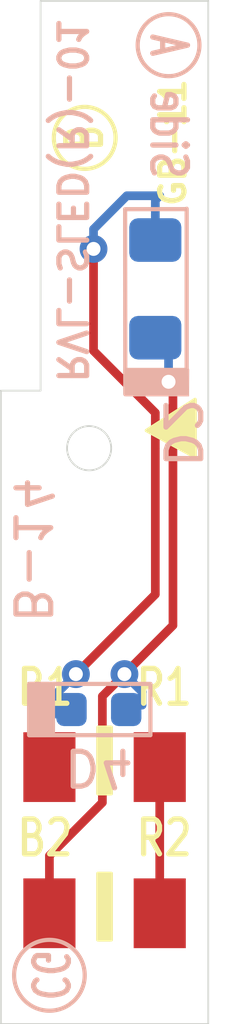
<source format=kicad_pcb>
(kicad_pcb (version 20171130) (host pcbnew "(5.1.2)-1")

  (general
    (thickness 1.6)
    (drawings 20)
    (tracks 42)
    (zones 0)
    (modules 6)
    (nets 4)
  )

  (page User 102.006 102.006)
  (title_block
    (title "RVL-SLED(R)")
    (date 2020-01-24)
    (rev 01)
  )

  (layers
    (0 F.Cu signal hide)
    (31 B.Cu signal)
    (32 B.Adhes user)
    (33 F.Adhes user)
    (34 B.Paste user)
    (35 F.Paste user)
    (36 B.SilkS user)
    (37 F.SilkS user hide)
    (38 B.Mask user)
    (39 F.Mask user hide)
    (40 Dwgs.User user)
    (41 Cmts.User user)
    (42 Eco1.User user)
    (43 Eco2.User user)
    (44 Edge.Cuts user)
    (45 Margin user)
    (46 B.CrtYd user)
    (47 F.CrtYd user)
    (48 B.Fab user)
    (49 F.Fab user)
  )

  (setup
    (last_trace_width 0.25)
    (trace_clearance 0.2)
    (zone_clearance 0.508)
    (zone_45_only no)
    (trace_min 0.2)
    (via_size 0.8)
    (via_drill 0.4)
    (via_min_size 0.4)
    (via_min_drill 0.3)
    (uvia_size 0.3)
    (uvia_drill 0.1)
    (uvias_allowed no)
    (uvia_min_size 0.2)
    (uvia_min_drill 0.1)
    (edge_width 0.05)
    (segment_width 0.2)
    (pcb_text_width 0.3)
    (pcb_text_size 1.5 1.5)
    (mod_edge_width 0.12)
    (mod_text_size 1 1)
    (mod_text_width 0.15)
    (pad_size 1.5 2)
    (pad_drill 0)
    (pad_to_mask_clearance 0.051)
    (solder_mask_min_width 0.25)
    (aux_axis_origin 0 0)
    (visible_elements 7FFFFFFF)
    (pcbplotparams
      (layerselection 0x010fc_ffffffff)
      (usegerberextensions false)
      (usegerberattributes false)
      (usegerberadvancedattributes false)
      (creategerberjobfile false)
      (excludeedgelayer true)
      (linewidth 0.100000)
      (plotframeref false)
      (viasonmask false)
      (mode 1)
      (useauxorigin false)
      (hpglpennumber 1)
      (hpglpenspeed 20)
      (hpglpendiameter 15.000000)
      (psnegative false)
      (psa4output false)
      (plotreference true)
      (plotvalue true)
      (plotinvisibletext false)
      (padsonsilk false)
      (subtractmaskfromsilk false)
      (outputformat 1)
      (mirror false)
      (drillshape 1)
      (scaleselection 1)
      (outputdirectory ""))
  )

  (net 0 "")
  (net 1 "Net-(B1-Pad1)")
  (net 2 "Net-(B2-Pad1)")
  (net 3 "Net-(R1-Pad1)")

  (net_class Default "Dies ist die voreingestellte Netzklasse."
    (clearance 0.2)
    (trace_width 0.25)
    (via_dia 0.8)
    (via_drill 0.4)
    (uvia_dia 0.3)
    (uvia_drill 0.1)
    (add_net "Net-(B1-Pad1)")
    (add_net "Net-(B2-Pad1)")
    (add_net "Net-(R1-Pad1)")
  )

  (module LED_SMD:LED_1206_3216Metric (layer B.Cu) (tedit 5E2B2B84) (tstamp 5E2B606D)
    (at 51.054 30.102 270)
    (descr "LED SMD 1206 (3216 Metric), square (rectangular) end terminal, IPC_7351 nominal, (Body size source: http://www.tortai-tech.com/upload/download/2011102023233369053.pdf), generated with kicad-footprint-generator")
    (tags diode)
    (path /5E2AF667)
    (attr smd)
    (fp_text reference D2 (at 5.204 -0.762 270 unlocked) (layer B.SilkS)
      (effects (font (size 1 1) (thickness 0.15)) (justify left mirror))
    )
    (fp_text value LED (at 0 -1.82 90) (layer B.Fab)
      (effects (font (size 1 1) (thickness 0.15)) (justify mirror))
    )
    (fp_text user %R (at 0 0 90) (layer B.Fab)
      (effects (font (size 0.8 0.8) (thickness 0.12)) (justify mirror))
    )
    (fp_line (start 2.2733 -0.9144) (end -2.2867 -0.9144) (layer B.CrtYd) (width 0.05))
    (fp_line (start 2.3114 0.8763) (end 2.2987 -0.9144) (layer B.CrtYd) (width 0.05))
    (fp_line (start -2.2606 0.8509) (end 2.2994 0.8509) (layer B.CrtYd) (width 0.05))
    (fp_line (start -2.28 -0.9144) (end -2.286 0.8763) (layer B.CrtYd) (width 0.05))
    (fp_line (start -2.2987 -0.9017) (end 2.9464 -0.9017) (layer B.SilkS) (width 0.12))
    (fp_line (start -2.285 0.8683) (end -2.286 -0.889) (layer B.SilkS) (width 0.12))
    (fp_line (start 3.0099 0.8636) (end -2.285 0.8683) (layer B.SilkS) (width 0.12))
    (fp_line (start 1.6129 -0.6604) (end 1.6 0.6858) (layer B.Fab) (width 0.1))
    (fp_line (start -1.6 -0.6604) (end 1.6 -0.6604) (layer B.Fab) (width 0.1))
    (fp_line (start -1.6 0.4) (end -1.5875 -0.6858) (layer B.Fab) (width 0.1))
    (fp_line (start -1.2065 0.6985) (end -1.6065 0.2985) (layer B.Fab) (width 0.1))
    (fp_line (start 1.5681 0.6858) (end -1.2319 0.6858) (layer B.Fab) (width 0.1))
    (fp_poly (pts (xy 2.3239 0.86595) (xy 2.3239 -0.91675) (xy 3.0226 -0.91205) (xy 3.0226 0.86125)) (layer B.SilkS) (width 0.12))
    (pad 2 smd roundrect (at 1.4 0 270) (size 1.25 1.5) (layers B.Cu B.Paste B.Mask) (roundrect_rratio 0.2)
      (net 2 "Net-(B2-Pad1)"))
    (pad 1 smd roundrect (at -1.4 0 270) (size 1.25 1.5) (layers B.Cu B.Paste B.Mask) (roundrect_rratio 0.2)
      (net 1 "Net-(B1-Pad1)"))
    (model ${KISYS3DMOD}/LED_SMD.3dshapes/LED_1206_3216Metric.wrl
      (at (xyz 0 0 0))
      (scale (xyz 1 1 1))
      (rotate (xyz 0 0 0))
    )
  )

  (module Diode_SMD:D_0603_1608Metric (layer B.Cu) (tedit 5E2B2AA5) (tstamp 5E2B5FFB)
    (at 49.4285 42.164 180)
    (descr "Diode SMD 0603 (1608 Metric), square (rectangular) end terminal, IPC_7351 nominal, (Body size source: http://www.tortai-tech.com/upload/download/2011102023233369053.pdf), generated with kicad-footprint-generator")
    (tags diode)
    (path /5E2AFDF7)
    (attr smd)
    (fp_text reference D4 (at 0 -1.651 180 unlocked) (layer B.SilkS)
      (effects (font (size 1 1) (thickness 0.15)) (justify mirror))
    )
    (fp_text value D (at 0 -1.43) (layer B.Fab)
      (effects (font (size 1 1) (thickness 0.15)) (justify mirror))
    )
    (fp_text user %R (at 0 0) (layer B.Fab)
      (effects (font (size 0.4 0.4) (thickness 0.06)) (justify mirror))
    )
    (fp_line (start 1.48 -0.73) (end -1.48 -0.73) (layer B.CrtYd) (width 0.05))
    (fp_line (start 1.48 0.735) (end 1.4859 -0.7239) (layer B.CrtYd) (width 0.05))
    (fp_line (start -1.48 0.735) (end 1.48 0.735) (layer B.CrtYd) (width 0.05))
    (fp_line (start -1.48 -0.73) (end -1.48 0.73) (layer B.CrtYd) (width 0.05))
    (fp_line (start -1.485 -0.735) (end 0.8 -0.735) (layer B.SilkS) (width 0.12))
    (fp_line (start -1.485 0.735) (end -1.485 -0.735) (layer B.SilkS) (width 0.12))
    (fp_line (start 0.8 0.735) (end -1.485 0.735) (layer B.SilkS) (width 0.12))
    (fp_line (start 0.8 -0.4) (end 0.8 0.4) (layer B.Fab) (width 0.1))
    (fp_line (start -0.8 -0.4) (end 0.8 -0.4) (layer B.Fab) (width 0.1))
    (fp_line (start -0.8 0.1) (end -0.8 -0.4) (layer B.Fab) (width 0.1))
    (fp_line (start -0.5 0.4) (end -0.8 0.1) (layer B.Fab) (width 0.1))
    (fp_line (start 0.8 0.4) (end -0.5 0.4) (layer B.Fab) (width 0.1))
    (fp_poly (pts (xy 1.3207 0.735) (xy 1.3207 -0.735) (xy 2.0066 -0.7366) (xy 2.0066 0.7366)) (layer B.SilkS) (width 0.12))
    (fp_line (start 0.8 -0.735) (end 2.0066 -0.7366) (layer B.SilkS) (width 0.12))
    (fp_line (start 0.8 0.735) (end 2.0066 0.7366) (layer B.SilkS) (width 0.12))
    (pad 2 smd roundrect (at 0.7875 0 180) (size 0.875 0.95) (layers B.Cu B.Paste B.Mask) (roundrect_rratio 0.25)
      (net 1 "Net-(B1-Pad1)"))
    (pad 1 smd roundrect (at -0.7875 0 180) (size 0.875 0.95) (layers B.Cu B.Paste B.Mask) (roundrect_rratio 0.25)
      (net 2 "Net-(B2-Pad1)"))
    (model ${KISYS3DMOD}/Diode_SMD.3dshapes/D_0603_1608Metric.wrl
      (at (xyz 0 0 0))
      (scale (xyz 1 1 1))
      (rotate (xyz 0 0 0))
    )
  )

  (module TestPoint:TestPoint_Pad_1.5x1.5mm (layer F.Cu) (tedit 5E2B2843) (tstamp 5E2B50AB)
    (at 51.181 43.815)
    (descr "SMD rectangular pad as test Point, square 1.5mm side length")
    (tags "test point SMD pad rectangle square")
    (path /5E2BF24C)
    (attr virtual)
    (fp_text reference R1 (at 0.127 -2.286) (layer F.SilkS)
      (effects (font (size 1 0.8) (thickness 0.15)))
    )
    (fp_text value TestPoint (at 5.334 0.127) (layer F.Fab)
      (effects (font (size 1 1) (thickness 0.15)))
    )
    (fp_line (start 1.25 1.25) (end -1.25 1.25) (layer F.CrtYd) (width 0.05))
    (fp_line (start 1.25 1.25) (end 1.25 -1.25) (layer F.CrtYd) (width 0.05))
    (fp_line (start -1.25 -1.25) (end -1.25 1.25) (layer F.CrtYd) (width 0.05))
    (fp_line (start -1.25 -1.25) (end 1.25 -1.25) (layer F.CrtYd) (width 0.05))
    (fp_text user %R (at 0 -2.286) (layer F.Fab)
      (effects (font (size 1 1) (thickness 0.15)))
    )
    (pad 1 smd rect (at 0 0) (size 1.5 2) (layers F.Cu F.Mask)
      (net 3 "Net-(R1-Pad1)"))
  )

  (module TestPoint:TestPoint_Pad_1.5x1.5mm (layer F.Cu) (tedit 5E2B282B) (tstamp 5E2B4A62)
    (at 48.006 43.815)
    (descr "SMD rectangular pad as test Point, square 1.5mm side length")
    (tags "test point SMD pad rectangle square")
    (path /5E2BEBEF)
    (attr virtual)
    (fp_text reference B1 (at -0.127 -2.286) (layer F.SilkS)
      (effects (font (size 1 0.8) (thickness 0.15)))
    )
    (fp_text value TestPoint (at -5.334 0) (layer F.Fab)
      (effects (font (size 1 1) (thickness 0.15)))
    )
    (fp_text user %R (at 0 -2.286) (layer F.Fab)
      (effects (font (size 1 1) (thickness 0.15)))
    )
    (fp_line (start -1.25 -1.25) (end 1.25 -1.25) (layer F.CrtYd) (width 0.05))
    (fp_line (start -1.25 -1.25) (end -1.25 1.25) (layer F.CrtYd) (width 0.05))
    (fp_line (start 1.25 1.25) (end 1.25 -1.25) (layer F.CrtYd) (width 0.05))
    (fp_line (start 1.25 1.25) (end -1.25 1.25) (layer F.CrtYd) (width 0.05))
    (pad 1 smd rect (at 0 0) (size 1.5 2) (layers F.Cu F.Mask)
      (net 1 "Net-(B1-Pad1)"))
  )

  (module TestPoint:TestPoint_Pad_1.5x1.5mm (layer F.Cu) (tedit 5E2B27FC) (tstamp 5E2B46E5)
    (at 51.181 48.006)
    (descr "SMD rectangular pad as test Point, square 1.5mm side length")
    (tags "test point SMD pad rectangle square")
    (path /5E2BEAB3)
    (attr virtual)
    (fp_text reference R2 (at 0.127 -2.159) (layer F.SilkS)
      (effects (font (size 1 0.8) (thickness 0.15)))
    )
    (fp_text value TestPoint (at 5.461 0.127) (layer F.Fab)
      (effects (font (size 1 1) (thickness 0.15)))
    )
    (fp_line (start 1.25 1.25) (end -1.25 1.25) (layer F.CrtYd) (width 0.05))
    (fp_line (start 1.25 1.25) (end 1.25 -1.25) (layer F.CrtYd) (width 0.05))
    (fp_line (start -1.25 -1.25) (end -1.25 1.25) (layer F.CrtYd) (width 0.05))
    (fp_line (start -1.25 -1.25) (end 1.25 -1.25) (layer F.CrtYd) (width 0.05))
    (fp_text user %R (at 0 -2.159) (layer F.Fab)
      (effects (font (size 1 1) (thickness 0.15)))
    )
    (pad 1 smd rect (at 0 0) (size 1.5 2) (layers F.Cu F.Mask)
      (net 3 "Net-(R1-Pad1)"))
  )

  (module TestPoint:TestPoint_Pad_1.5x1.5mm (layer F.Cu) (tedit 5E2B280C) (tstamp 5E2B4A3B)
    (at 48.006 48.006)
    (descr "SMD rectangular pad as test Point, square 1.5mm side length")
    (tags "test point SMD pad rectangle square")
    (path /5E2BE82A)
    (attr virtual)
    (fp_text reference B2 (at -0.127 -2.159) (layer F.SilkS)
      (effects (font (size 1 0.8) (thickness 0.15)))
    )
    (fp_text value TestPoint (at -5.207 0) (layer F.Fab)
      (effects (font (size 1 1) (thickness 0.15)))
    )
    (fp_text user %R (at 0 -2.159) (layer F.Fab)
      (effects (font (size 1 1) (thickness 0.15)))
    )
    (fp_line (start -1.25 -1.25) (end 1.25 -1.25) (layer F.CrtYd) (width 0.05))
    (fp_line (start -1.25 -1.25) (end -1.25 1.25) (layer F.CrtYd) (width 0.05))
    (fp_line (start 1.25 1.25) (end 1.25 -1.25) (layer F.CrtYd) (width 0.05))
    (fp_line (start 1.25 1.25) (end -1.25 1.25) (layer F.CrtYd) (width 0.05))
    (pad 1 smd rect (at 0 0) (size 1.5 2) (layers F.Cu F.Mask)
      (net 2 "Net-(B2-Pad1)"))
  )

  (gr_text Side (at 51.435 25.654 270) (layer B.SilkS)
    (effects (font (size 1 0.8) (thickness 0.15)) (justify mirror))
  )
  (gr_circle (center 51.435 23.114) (end 51.435 22.225) (layer B.SilkS) (width 0.12))
  (gr_text A (at 51.435 23.114 270) (layer B.SilkS)
    (effects (font (size 1 0.7) (thickness 0.15)) (justify mirror))
  )
  (gr_circle (center 48.006 49.784) (end 48.006 48.768) (layer B.SilkS) (width 0.12))
  (gr_text CG (at 48.006 49.784 270) (layer B.SilkS)
    (effects (font (size 1 0.7) (thickness 0.15)) (justify mirror))
  )
  (gr_circle (center 49.022 25.771975) (end 49.022 24.882975) (layer F.SilkS) (width 0.12))
  (gr_text B (at 49.022 25.771975 90) (layer F.SilkS)
    (effects (font (size 1 0.7) (thickness 0.15)))
  )
  (gr_poly (pts (xy 49.403 44.577) (xy 49.784 44.577) (xy 49.784 42.672) (xy 49.403 42.672)) (layer F.SilkS) (width 0.1) (tstamp 5E2B27CB))
  (gr_poly (pts (xy 49.403 48.768) (xy 49.784 48.768) (xy 49.784 46.863) (xy 49.403 46.863)) (layer F.SilkS) (width 0.1) (tstamp 5E2B2658))
  (gr_text B-14 (at 47.498 37.592 270) (layer B.SilkS) (tstamp 5E2B610D)
    (effects (font (size 1 1) (thickness 0.15)) (justify mirror))
  )
  (gr_circle (center 49.149 34.671) (end 49.149 34.036) (layer Edge.Cuts) (width 0.05))
  (gr_poly (pts (xy 52.197 33.274) (xy 52.197 34.925) (xy 50.8 34.163)) (layer F.SilkS) (width 0.1))
  (gr_text GB-11 (at 51.562 25.908 90) (layer F.SilkS) (tstamp 5E2B51CE)
    (effects (font (size 0.7 0.7) (thickness 0.15)))
  )
  (gr_text "RVL-SLED(R)-01" (at 48.641 27.559 270) (layer B.SilkS)
    (effects (font (size 0.8 0.8) (thickness 0.15)) (justify mirror))
  )
  (gr_line (start 46.609 51.181) (end 52.578 51.181) (layer Edge.Cuts) (width 0.05) (tstamp 5E2B4A80))
  (gr_line (start 46.609 33.02) (end 46.609 51.181) (layer Edge.Cuts) (width 0.05))
  (gr_line (start 47.752 33.02) (end 46.609 33.02) (layer Edge.Cuts) (width 0.05))
  (gr_line (start 47.752 21.844) (end 47.752 33.02) (layer Edge.Cuts) (width 0.05))
  (gr_line (start 52.578 21.844) (end 47.752 21.844) (layer Edge.Cuts) (width 0.05))
  (gr_line (start 52.578 51.181) (end 52.578 21.844) (layer Edge.Cuts) (width 0.05) (tstamp 5E2B4A7D))

  (segment (start 48.006 43.815) (end 48.006 42.815) (width 0.25) (layer F.Cu) (net 1))
  (via (at 48.768 41.148) (size 0.8) (drill 0.4) (layers F.Cu B.Cu) (net 1))
  (segment (start 48.006 42.815) (end 48.006 41.91) (width 0.25) (layer F.Cu) (net 1))
  (segment (start 48.006 41.91) (end 48.768 41.148) (width 0.25) (layer F.Cu) (net 1))
  (segment (start 48.768 41.148) (end 51.054 38.862) (width 0.25) (layer F.Cu) (net 1))
  (segment (start 51.054 38.862) (end 51.054 34.671) (width 0.25) (layer F.Cu) (net 1))
  (segment (start 51.054 34.671) (end 51.054 33.655) (width 0.25) (layer F.Cu) (net 1))
  (segment (start 51.054 33.655) (end 49.657 32.258) (width 0.25) (layer F.Cu) (net 1))
  (via (at 49.276 28.956) (size 0.8) (drill 0.4) (layers F.Cu B.Cu) (net 1))
  (segment (start 49.657 32.258) (end 49.276 31.877) (width 0.25) (layer F.Cu) (net 1))
  (segment (start 49.276 31.877) (end 49.276 28.956) (width 0.25) (layer F.Cu) (net 1))
  (segment (start 49.276 28.390315) (end 50.234315 27.432) (width 0.25) (layer B.Cu) (net 1))
  (segment (start 49.276 28.956) (end 49.276 28.390315) (width 0.25) (layer B.Cu) (net 1))
  (segment (start 50.234315 27.432) (end 51.181 27.432) (width 0.25) (layer B.Cu) (net 1))
  (segment (start 51.054 27.559) (end 51.054 28.702) (width 0.25) (layer B.Cu) (net 1))
  (segment (start 51.181 27.432) (end 51.054 27.559) (width 0.25) (layer B.Cu) (net 1))
  (segment (start 48.514 42.291) (end 48.641 42.164) (width 0.25) (layer B.Cu) (net 1))
  (segment (start 48.133 42.291) (end 48.514 42.291) (width 0.25) (layer B.Cu) (net 1))
  (segment (start 48.768 41.148) (end 48.133 41.783) (width 0.25) (layer B.Cu) (net 1))
  (segment (start 48.133 41.783) (end 48.133 42.291) (width 0.25) (layer B.Cu) (net 1))
  (segment (start 48.006 48.006) (end 48.006 47.006) (width 0.25) (layer F.Cu) (net 2))
  (segment (start 48.006 47.006) (end 48.006 46.736) (width 0.25) (layer F.Cu) (net 2))
  (segment (start 48.006 46.736) (end 48.006 46.355) (width 0.25) (layer F.Cu) (net 2))
  (segment (start 48.006 46.355) (end 49.53 44.831) (width 0.25) (layer F.Cu) (net 2))
  (segment (start 49.53 44.831) (end 49.53 43.307) (width 0.25) (layer F.Cu) (net 2))
  (via (at 50.165 41.148) (size 0.8) (drill 0.4) (layers F.Cu B.Cu) (net 2))
  (segment (start 49.53 43.307) (end 49.53 41.783) (width 0.25) (layer F.Cu) (net 2))
  (segment (start 49.53 41.783) (end 50.165 41.148) (width 0.25) (layer F.Cu) (net 2))
  (segment (start 50.165 41.148) (end 50.564999 40.748001) (width 0.25) (layer F.Cu) (net 2))
  (segment (start 50.564999 40.748001) (end 51.562 39.751) (width 0.25) (layer F.Cu) (net 2))
  (segment (start 51.562 39.751) (end 51.562 36.449) (width 0.25) (layer F.Cu) (net 2))
  (via (at 51.435 32.766) (size 0.8) (drill 0.4) (layers F.Cu B.Cu) (net 2))
  (segment (start 51.562 36.449) (end 51.562 32.893) (width 0.25) (layer F.Cu) (net 2))
  (segment (start 51.562 32.893) (end 51.435 32.766) (width 0.25) (layer F.Cu) (net 2))
  (segment (start 51.435 31.883) (end 51.054 31.502) (width 0.25) (layer B.Cu) (net 2))
  (segment (start 51.435 32.766) (end 51.435 31.883) (width 0.25) (layer B.Cu) (net 2))
  (segment (start 50.343 42.037) (end 50.216 42.164) (width 0.25) (layer B.Cu) (net 2))
  (segment (start 50.673 42.037) (end 50.343 42.037) (width 0.25) (layer B.Cu) (net 2))
  (segment (start 50.673 41.665224) (end 50.673 42.037) (width 0.25) (layer B.Cu) (net 2))
  (segment (start 50.165 41.148) (end 50.677612 41.660612) (width 0.25) (layer B.Cu) (net 2))
  (segment (start 50.677612 41.660612) (end 50.673 41.665224) (width 0.25) (layer B.Cu) (net 2))
  (segment (start 51.181 48.006) (end 51.181 43.815) (width 0.25) (layer F.Cu) (net 3))

)

</source>
